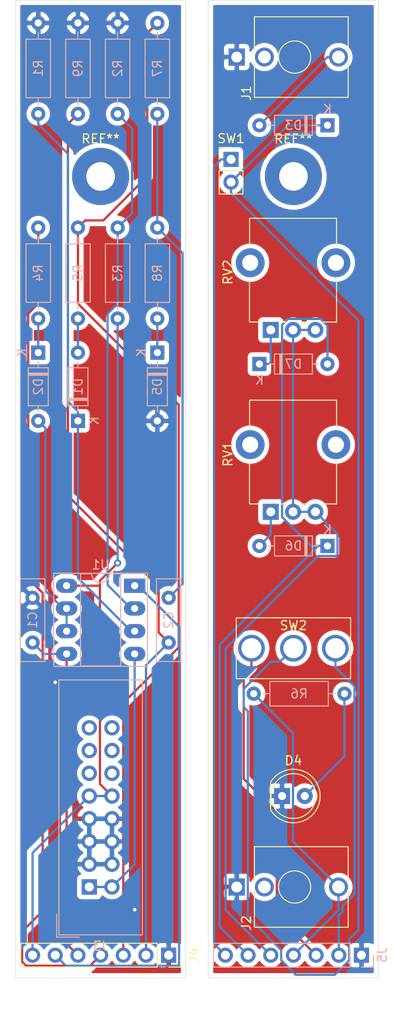
<source format=kicad_pcb>
(kicad_pcb (version 20171130) (host pcbnew "(5.1.2)-2")
  (layers (0 F.Cu signal) (31 B.Cu signal) (34 B.Paste user) (35 F.Paste user) (36 B.SilkS user) (37 F.SilkS user) (38 B.Mask user) (39 F.Mask user) (44 Edge.Cuts user))
  (net 0 "")
  (net 1 GND)
  (net 2 "Net-(C2-Pad2)")
  (net 3 "Net-(D1-Pad2)")
  (net 4 "Net-(D1-Pad1)")
  (net 5 "Net-(D2-Pad2)")
  (net 6 "Net-(D2-Pad1)")
  (net 7 "Net-(D3-Pad2)")
  (net 8 "Net-(D3-Pad1)")
  (net 9 "Net-(D4-Pad2)")
  (net 10 "Net-(D5-Pad1)")
  (net 11 "Net-(D6-Pad2)")
  (net 12 "Net-(D7-Pad1)")
  (net 13 "Net-(J3-Pad16)")
  (net 14 "Net-(J3-Pad15)")
  (net 15 "Net-(J3-Pad14)")
  (net 16 "Net-(J3-Pad13)")
  (net 17 "Net-(J3-Pad12)")
  (net 18 "Net-(J3-Pad11)")
  (net 19 +12V)
  (net 20 -12V)
  (net 21 "Net-(R2-Pad1)")
  (net 22 /AMP_B_IN_PCB_A)
  (net 23 /AMP_A_OUT_PCB_B)
  (net 24 /AMP_A_OUT_PCB_A)
  (net 25 /AMP_B_IN_PCB_B)
  (net 26 /AMP_B_OUT_PCB_B)
  (net 27 /AMP_B_OUT_PCB_A)
  (net 28 /GATE_IN_PCB_A)
  (net 29 /GATE_IN_PCB_B)
  (net 30 /GND_PCB_B)
  (net 31 /TRIG_IN_PCB_A)
  (net 32 /TRIG_IN_PCB_B)
  (net 33 /+12_PCB_B)
  (module MountingHole:MountingHole_3.2mm_M3_Pad (layer F.Cu) (at 47.625 45.085)
    (fp_text reference REF** (at 0 -4.2) (layer F.SilkS))
    (fp_text value MountingHole_3.2mm_M3_Pad)
    (pad 1 thru_hole circle (at 0 0) (size 6.4 6.4) (drill 3.2) (layers *.Cu *.Mask))
  )
  (module MountingHole:MountingHole_3.2mm_M3_Pad (layer F.Cu) (at 69.215 45.085)
    (fp_text reference REF** (at 0 -4.2) (layer F.SilkS))
    (fp_text value MountingHole_3.2mm_M3_Pad)
    (pad 1 thru_hole circle (at 0 0) (size 6.4 6.4) (drill 3.2) (layers *.Cu *.Mask))
  )
  (module mod_synth:SPDT_Switch_Vertical (layer F.Cu) (at 69.215 97.79 180)
    (fp_text reference SW2 (at 0 2.54) (layer F.SilkS))
    (fp_text value SW_SPDT)
    (fp_line (start -6.4 -3.4) (end 6.4 -3.4) (layer F.SilkS) (width 0.12))
    (fp_line (start 6.4 3.4) (end 6.4 -3.4) (layer F.SilkS) (width 0.12))
    (fp_line (start -6.4 3.4) (end 6.4 3.4) (layer F.SilkS) (width 0.12))
    (fp_line (start -6.4 -3.4) (end -6.4 3.4) (layer F.SilkS) (width 0.12))
    (pad 3 thru_hole circle (at 4.7 0 180) (size 3 3) (drill 2.25) (layers *.Cu *.Mask) (net 29 /GATE_IN_PCB_B))
    (pad 2 thru_hole circle (at 0 0 180) (size 3 3) (drill 2.25) (layers *.Cu *.Mask) (net 8 "Net-(D3-Pad1)"))
    (pad 1 thru_hole circle (at -4.7 0 180) (size 3 3) (drill 2.25) (layers *.Cu *.Mask) (net 32 /TRIG_IN_PCB_B))
  )
  (module Connector_IDC:IDC-Header_2x08_P2.54mm_Vertical (layer B.Cu) (at 46.355 124.46)
    (fp_text reference J3 (at 1.27 6.604) (layer B.SilkS) (effects (justify mirror)))
    (fp_text value Conn_02x08_Odd_Even)
    (fp_line (start -3.655 5.6) (end -1.115 5.6) (layer B.SilkS) (width 0.12))
    (fp_line (start -3.655 5.6) (end -3.655 3.06) (layer B.SilkS) (width 0.12))
    (fp_line (start -3.405 5.35) (end 5.945 5.35) (layer B.SilkS) (width 0.12))
    (fp_line (start -3.405 -23.13) (end -3.405 5.35) (layer B.SilkS) (width 0.12))
    (fp_line (start 5.945 -23.13) (end -3.405 -23.13) (layer B.SilkS) (width 0.12))
    (fp_line (start 5.945 5.35) (end 5.945 -23.13) (layer B.SilkS) (width 0.12))
    (pad 16 thru_hole oval (at 2.54 -17.78) (size 1.7272 1.7272) (drill 1.016) (layers *.Cu *.Mask) (net 13 "Net-(J3-Pad16)"))
    (pad 15 thru_hole oval (at 0 -17.78) (size 1.7272 1.7272) (drill 1.016) (layers *.Cu *.Mask) (net 14 "Net-(J3-Pad15)"))
    (pad 14 thru_hole oval (at 2.54 -15.24) (size 1.7272 1.7272) (drill 1.016) (layers *.Cu *.Mask) (net 15 "Net-(J3-Pad14)"))
    (pad 13 thru_hole oval (at 0 -15.24) (size 1.7272 1.7272) (drill 1.016) (layers *.Cu *.Mask) (net 16 "Net-(J3-Pad13)"))
    (pad 12 thru_hole oval (at 2.54 -12.7) (size 1.7272 1.7272) (drill 1.016) (layers *.Cu *.Mask) (net 17 "Net-(J3-Pad12)"))
    (pad 11 thru_hole oval (at 0 -12.7) (size 1.7272 1.7272) (drill 1.016) (layers *.Cu *.Mask) (net 18 "Net-(J3-Pad11)"))
    (pad 10 thru_hole oval (at 2.54 -10.16) (size 1.7272 1.7272) (drill 1.016) (layers *.Cu *.Mask) (net 19 +12V))
    (pad 9 thru_hole oval (at 0 -10.16) (size 1.7272 1.7272) (drill 1.016) (layers *.Cu *.Mask) (net 19 +12V))
    (pad 8 thru_hole oval (at 2.54 -7.62) (size 1.7272 1.7272) (drill 1.016) (layers *.Cu *.Mask) (net 1 GND))
    (pad 7 thru_hole oval (at 0 -7.62) (size 1.7272 1.7272) (drill 1.016) (layers *.Cu *.Mask) (net 1 GND))
    (pad 6 thru_hole oval (at 2.54 -5.08) (size 1.7272 1.7272) (drill 1.016) (layers *.Cu *.Mask) (net 1 GND))
    (pad 5 thru_hole oval (at 0 -5.08) (size 1.7272 1.7272) (drill 1.016) (layers *.Cu *.Mask) (net 1 GND))
    (pad 4 thru_hole oval (at 2.54 -2.54) (size 1.7272 1.7272) (drill 1.016) (layers *.Cu *.Mask) (net 1 GND))
    (pad 3 thru_hole oval (at 0 -2.54) (size 1.7272 1.7272) (drill 1.016) (layers *.Cu *.Mask) (net 1 GND))
    (pad 2 thru_hole oval (at 2.54 0) (size 1.7272 1.7272) (drill 1.016) (layers *.Cu *.Mask) (net 20 -12V))
    (pad 1 thru_hole rect (at 0 0) (size 1.7272 1.7272) (drill 1.016) (layers *.Cu *.Mask) (net 20 -12V))
  )
  (module Connector_PinHeader_2.54mm:PinHeader_1x02_P2.54mm_Vertical (layer F.Cu) (at 62.23 43.18)
    (fp_text reference SW1 (at 0 -2.33) (layer F.SilkS))
    (fp_text value SW_Push)
    (fp_line (start -1.33 -1.33) (end 0 -1.33) (layer F.SilkS) (width 0.12))
    (fp_line (start -1.33 0) (end -1.33 -1.33) (layer F.SilkS) (width 0.12))
    (fp_line (start -1.33 1.27) (end 1.33 1.27) (layer F.SilkS) (width 0.12))
    (fp_line (start 1.33 1.27) (end 1.33 3.87) (layer F.SilkS) (width 0.12))
    (fp_line (start -1.33 1.27) (end -1.33 3.87) (layer F.SilkS) (width 0.12))
    (fp_line (start -1.33 3.87) (end 1.33 3.87) (layer F.SilkS) (width 0.12))
    (pad 2 thru_hole oval (at 0 2.54) (size 1.7 1.7) (drill 1) (layers *.Cu *.Mask) (net 8 "Net-(D3-Pad1)"))
    (pad 1 thru_hole rect (at 0 0) (size 1.7 1.7) (drill 1) (layers *.Cu *.Mask) (net 33 /+12_PCB_B))
  )
  (module Connector_PinHeader_2.54mm:PinHeader_1x07_P2.54mm_Vertical (layer B.Cu) (at 76.835 132.08 90)
    (fp_text reference J5 (at 0 2.33 90) (layer B.SilkS) (effects (justify mirror)))
    (fp_text value Conn_01x07_Male)
    (fp_line (start -1.33 1.33) (end 0 1.33) (layer B.SilkS) (width 0.12))
    (fp_line (start -1.33 0) (end -1.33 1.33) (layer B.SilkS) (width 0.12))
    (fp_line (start -1.33 -1.27) (end 1.33 -1.27) (layer B.SilkS) (width 0.12))
    (fp_line (start 1.33 -1.27) (end 1.33 -16.57) (layer B.SilkS) (width 0.12))
    (fp_line (start -1.33 -1.27) (end -1.33 -16.57) (layer B.SilkS) (width 0.12))
    (fp_line (start -1.33 -16.57) (end 1.33 -16.57) (layer B.SilkS) (width 0.12))
    (pad 7 thru_hole oval (at 0 -15.24 90) (size 1.7 1.7) (drill 1) (layers *.Cu *.Mask) (net 33 /+12_PCB_B))
    (pad 6 thru_hole oval (at 0 -12.7 90) (size 1.7 1.7) (drill 1) (layers *.Cu *.Mask) (net 23 /AMP_A_OUT_PCB_B))
    (pad 5 thru_hole oval (at 0 -10.16 90) (size 1.7 1.7) (drill 1) (layers *.Cu *.Mask) (net 25 /AMP_B_IN_PCB_B))
    (pad 4 thru_hole oval (at 0 -7.62 90) (size 1.7 1.7) (drill 1) (layers *.Cu *.Mask) (net 26 /AMP_B_OUT_PCB_B))
    (pad 3 thru_hole oval (at 0 -5.08 90) (size 1.7 1.7) (drill 1) (layers *.Cu *.Mask) (net 29 /GATE_IN_PCB_B))
    (pad 2 thru_hole oval (at 0 -2.54 90) (size 1.7 1.7) (drill 1) (layers *.Cu *.Mask) (net 32 /TRIG_IN_PCB_B))
    (pad 1 thru_hole rect (at 0 0 90) (size 1.7 1.7) (drill 1) (layers *.Cu *.Mask) (net 30 /GND_PCB_B))
  )
  (module Connector_PinSocket_2.54mm:PinSocket_1x07_P2.54mm_Vertical (layer F.Cu) (at 55.245 132.08 270)
    (fp_text reference J4 (at 0 -2.77 90) (layer F.SilkS))
    (fp_text value Conn_01x07_Female)
    (fp_line (start 0 -1.33) (end 1.33 -1.33) (layer F.SilkS) (width 0.12))
    (fp_line (start 1.33 -1.33) (end 1.33 0) (layer F.SilkS) (width 0.12))
    (fp_line (start 1.33 1.27) (end 1.33 16.57) (layer F.SilkS) (width 0.12))
    (fp_line (start -1.33 16.57) (end 1.33 16.57) (layer F.SilkS) (width 0.12))
    (fp_line (start -1.33 1.27) (end -1.33 16.57) (layer F.SilkS) (width 0.12))
    (fp_line (start -1.33 1.27) (end 1.33 1.27) (layer F.SilkS) (width 0.12))
    (pad 7 thru_hole oval (at 0 15.24 270) (size 1.7 1.7) (drill 1) (layers *.Cu *.Mask) (net 19 +12V))
    (pad 6 thru_hole oval (at 0 12.7 270) (size 1.7 1.7) (drill 1) (layers *.Cu *.Mask) (net 24 /AMP_A_OUT_PCB_A))
    (pad 5 thru_hole oval (at 0 10.16 270) (size 1.7 1.7) (drill 1) (layers *.Cu *.Mask) (net 22 /AMP_B_IN_PCB_A))
    (pad 4 thru_hole oval (at 0 7.62 270) (size 1.7 1.7) (drill 1) (layers *.Cu *.Mask) (net 27 /AMP_B_OUT_PCB_A))
    (pad 3 thru_hole oval (at 0 5.08 270) (size 1.7 1.7) (drill 1) (layers *.Cu *.Mask) (net 28 /GATE_IN_PCB_A))
    (pad 2 thru_hole oval (at 0 2.54 270) (size 1.7 1.7) (drill 1) (layers *.Cu *.Mask) (net 31 /TRIG_IN_PCB_A))
    (pad 1 thru_hole rect (at 0 0 270) (size 1.7 1.7) (drill 1) (layers *.Cu *.Mask) (net 1 GND))
  )
  (module Package_DIP:DIP-8_W7.62mm_Socket_LongPads (layer B.Cu) (at 51.435 90.805 180)
    (fp_text reference U1 (at 3.81 2.33) (layer B.SilkS) (effects (justify mirror)))
    (fp_text value TL072)
    (fp_line (start 9.06 1.39) (end -1.44 1.39) (layer B.SilkS) (width 0.12))
    (fp_line (start 9.06 -9.01) (end 9.06 1.39) (layer B.SilkS) (width 0.12))
    (fp_line (start -1.44 -9.01) (end 9.06 -9.01) (layer B.SilkS) (width 0.12))
    (fp_line (start -1.44 1.39) (end -1.44 -9.01) (layer B.SilkS) (width 0.12))
    (fp_line (start 6.06 1.33) (end 4.81 1.33) (layer B.SilkS) (width 0.12))
    (fp_line (start 6.06 -8.95) (end 6.06 1.33) (layer B.SilkS) (width 0.12))
    (fp_line (start 1.56 -8.95) (end 6.06 -8.95) (layer B.SilkS) (width 0.12))
    (fp_line (start 1.56 1.33) (end 1.56 -8.95) (layer B.SilkS) (width 0.12))
    (fp_line (start 2.81 1.33) (end 1.56 1.33) (layer B.SilkS) (width 0.12))
    (fp_arc (start 3.81 1.33) (end 2.81 1.33) (angle 180) (layer B.SilkS) (width 0.12))
    (pad 8 thru_hole oval (at 7.62 0 180) (size 2.4 1.6) (drill 0.8) (layers *.Cu *.Mask) (net 19 +12V))
    (pad 4 thru_hole oval (at 0 -7.62 180) (size 2.4 1.6) (drill 0.8) (layers *.Cu *.Mask) (net 20 -12V))
    (pad 7 thru_hole oval (at 7.62 -2.54 180) (size 2.4 1.6) (drill 0.8) (layers *.Cu *.Mask) (net 5 "Net-(D2-Pad2)"))
    (pad 3 thru_hole oval (at 0 -5.08 180) (size 2.4 1.6) (drill 0.8) (layers *.Cu *.Mask) (net 4 "Net-(D1-Pad1)"))
    (pad 6 thru_hole oval (at 7.62 -5.08 180) (size 2.4 1.6) (drill 0.8) (layers *.Cu *.Mask) (net 5 "Net-(D2-Pad2)"))
    (pad 2 thru_hole oval (at 0 -2.54 180) (size 2.4 1.6) (drill 0.8) (layers *.Cu *.Mask) (net 21 "Net-(R2-Pad1)"))
    (pad 5 thru_hole oval (at 7.62 -7.62 180) (size 2.4 1.6) (drill 0.8) (layers *.Cu *.Mask) (net 22 /AMP_B_IN_PCB_A))
    (pad 1 thru_hole rect (at 0 0 180) (size 2.4 1.6) (drill 0.8) (layers *.Cu *.Mask) (net 24 /AMP_A_OUT_PCB_A))
  )
  (module Potentiometer_THT:Potentiometer_Alpha_RD901F-40-00D_Single_Vertical_CircularHoles (layer F.Cu) (at 66.675 62.23 90)
    (fp_text reference RV2 (at 6.45 -4.8 270) (layer F.SilkS))
    (fp_text value 1M)
    (fp_line (start 0.88 4.16) (end 0.88 3.33) (layer F.SilkS) (width 0.12))
    (fp_line (start 0.88 1.71) (end 0.88 1.18) (layer F.SilkS) (width 0.12))
    (fp_line (start 0.88 -1.19) (end 0.88 -2.37) (layer F.SilkS) (width 0.12))
    (fp_line (start 0.88 7.37) (end 5.6 7.37) (layer F.SilkS) (width 0.12))
    (fp_line (start 9.41 -2.37) (end 12.47 -2.37) (layer F.SilkS) (width 0.12))
    (fp_line (start 0.88 -2.38) (end 5.6 -2.38) (layer F.SilkS) (width 0.12))
    (fp_line (start 9.41 7.37) (end 12.47 7.37) (layer F.SilkS) (width 0.12))
    (fp_line (start 0.88 7.37) (end 0.88 5.88) (layer F.SilkS) (width 0.12))
    (fp_line (start 12.47 7.37) (end 12.47 -2.37) (layer F.SilkS) (width 0.12))
    (pad "" thru_hole circle (at 7.5 -2.3 180) (size 3.24 3.24) (drill 1.8) (layers *.Cu *.Mask))
    (pad "" thru_hole circle (at 7.5 7.3 180) (size 3.24 3.24) (drill 1.8) (layers *.Cu *.Mask))
    (pad 3 thru_hole circle (at 0 5 180) (size 1.8 1.8) (drill 1) (layers *.Cu *.Mask) (net 25 /AMP_B_IN_PCB_B))
    (pad 2 thru_hole circle (at 0 2.5 180) (size 1.8 1.8) (drill 1) (layers *.Cu *.Mask) (net 25 /AMP_B_IN_PCB_B))
    (pad 1 thru_hole rect (at 0 0 180) (size 1.8 1.8) (drill 1) (layers *.Cu *.Mask) (net 12 "Net-(D7-Pad1)"))
  )
  (module Potentiometer_THT:Potentiometer_Alpha_RD901F-40-00D_Single_Vertical_CircularHoles (layer F.Cu) (at 66.675 82.55 90)
    (fp_text reference RV1 (at 6.45 -4.8 270) (layer F.SilkS))
    (fp_text value 1M)
    (fp_line (start 0.88 4.16) (end 0.88 3.33) (layer F.SilkS) (width 0.12))
    (fp_line (start 0.88 1.71) (end 0.88 1.18) (layer F.SilkS) (width 0.12))
    (fp_line (start 0.88 -1.19) (end 0.88 -2.37) (layer F.SilkS) (width 0.12))
    (fp_line (start 0.88 7.37) (end 5.6 7.37) (layer F.SilkS) (width 0.12))
    (fp_line (start 9.41 -2.37) (end 12.47 -2.37) (layer F.SilkS) (width 0.12))
    (fp_line (start 0.88 -2.38) (end 5.6 -2.38) (layer F.SilkS) (width 0.12))
    (fp_line (start 9.41 7.37) (end 12.47 7.37) (layer F.SilkS) (width 0.12))
    (fp_line (start 0.88 7.37) (end 0.88 5.88) (layer F.SilkS) (width 0.12))
    (fp_line (start 12.47 7.37) (end 12.47 -2.37) (layer F.SilkS) (width 0.12))
    (pad "" thru_hole circle (at 7.5 -2.3 180) (size 3.24 3.24) (drill 1.8) (layers *.Cu *.Mask))
    (pad "" thru_hole circle (at 7.5 7.3 180) (size 3.24 3.24) (drill 1.8) (layers *.Cu *.Mask))
    (pad 3 thru_hole circle (at 0 5 180) (size 1.8 1.8) (drill 1) (layers *.Cu *.Mask) (net 25 /AMP_B_IN_PCB_B))
    (pad 2 thru_hole circle (at 0 2.5 180) (size 1.8 1.8) (drill 1) (layers *.Cu *.Mask) (net 25 /AMP_B_IN_PCB_B))
    (pad 1 thru_hole rect (at 0 0 180) (size 1.8 1.8) (drill 1) (layers *.Cu *.Mask) (net 11 "Net-(D6-Pad2)"))
  )
  (module Resistor_THT:R_Axial_DIN0207_L6.3mm_D2.5mm_P10.16mm_Horizontal (layer B.Cu) (at 45.085 38.1 90)
    (fp_text reference R9 (at 5.08 0 90) (layer B.SilkS) (effects (justify mirror)))
    (fp_text value 100k)
    (fp_line (start 9.12 0) (end 8.35 0) (layer B.SilkS) (width 0.12))
    (fp_line (start 1.04 0) (end 1.81 0) (layer B.SilkS) (width 0.12))
    (fp_line (start 8.35 1.37) (end 1.81 1.37) (layer B.SilkS) (width 0.12))
    (fp_line (start 8.35 -1.37) (end 8.35 1.37) (layer B.SilkS) (width 0.12))
    (fp_line (start 1.81 -1.37) (end 8.35 -1.37) (layer B.SilkS) (width 0.12))
    (fp_line (start 1.81 1.37) (end 1.81 -1.37) (layer B.SilkS) (width 0.12))
    (pad 2 thru_hole oval (at 10.16 0 90) (size 1.6 1.6) (drill 0.8) (layers *.Cu *.Mask) (net 1 GND))
    (pad 1 thru_hole circle (at 0 0 90) (size 1.6 1.6) (drill 0.8) (layers *.Cu *.Mask) (net 31 /TRIG_IN_PCB_A))
  )
  (module Resistor_THT:R_Axial_DIN0207_L6.3mm_D2.5mm_P10.16mm_Horizontal (layer B.Cu) (at 53.975 60.96 90)
    (fp_text reference R8 (at 5.08 0 90) (layer B.SilkS) (effects (justify mirror)))
    (fp_text value 47k)
    (fp_line (start 9.12 0) (end 8.35 0) (layer B.SilkS) (width 0.12))
    (fp_line (start 1.04 0) (end 1.81 0) (layer B.SilkS) (width 0.12))
    (fp_line (start 8.35 1.37) (end 1.81 1.37) (layer B.SilkS) (width 0.12))
    (fp_line (start 8.35 -1.37) (end 8.35 1.37) (layer B.SilkS) (width 0.12))
    (fp_line (start 1.81 -1.37) (end 8.35 -1.37) (layer B.SilkS) (width 0.12))
    (fp_line (start 1.81 1.37) (end 1.81 -1.37) (layer B.SilkS) (width 0.12))
    (pad 2 thru_hole oval (at 10.16 0 90) (size 1.6 1.6) (drill 0.8) (layers *.Cu *.Mask) (net 2 "Net-(C2-Pad2)"))
    (pad 1 thru_hole circle (at 0 0 90) (size 1.6 1.6) (drill 0.8) (layers *.Cu *.Mask) (net 10 "Net-(D5-Pad1)"))
  )
  (module Resistor_THT:R_Axial_DIN0207_L6.3mm_D2.5mm_P10.16mm_Horizontal (layer B.Cu) (at 53.975 38.1 90)
    (fp_text reference R7 (at 5.08 0 90) (layer B.SilkS) (effects (justify mirror)))
    (fp_text value 100k)
    (fp_line (start 9.12 0) (end 8.35 0) (layer B.SilkS) (width 0.12))
    (fp_line (start 1.04 0) (end 1.81 0) (layer B.SilkS) (width 0.12))
    (fp_line (start 8.35 1.37) (end 1.81 1.37) (layer B.SilkS) (width 0.12))
    (fp_line (start 8.35 -1.37) (end 8.35 1.37) (layer B.SilkS) (width 0.12))
    (fp_line (start 1.81 -1.37) (end 8.35 -1.37) (layer B.SilkS) (width 0.12))
    (fp_line (start 1.81 1.37) (end 1.81 -1.37) (layer B.SilkS) (width 0.12))
    (pad 2 thru_hole oval (at 10.16 0 90) (size 1.6 1.6) (drill 0.8) (layers *.Cu *.Mask) (net 28 /GATE_IN_PCB_A))
    (pad 1 thru_hole circle (at 0 0 90) (size 1.6 1.6) (drill 0.8) (layers *.Cu *.Mask) (net 2 "Net-(C2-Pad2)"))
  )
  (module Resistor_THT:R_Axial_DIN0207_L6.3mm_D2.5mm_P10.16mm_Horizontal (layer B.Cu) (at 74.93 102.87 180)
    (fp_text reference R6 (at 5.08 0) (layer B.SilkS) (effects (justify mirror)))
    (fp_text value 1k)
    (fp_line (start 9.12 0) (end 8.35 0) (layer B.SilkS) (width 0.12))
    (fp_line (start 1.04 0) (end 1.81 0) (layer B.SilkS) (width 0.12))
    (fp_line (start 8.35 1.37) (end 1.81 1.37) (layer B.SilkS) (width 0.12))
    (fp_line (start 8.35 -1.37) (end 8.35 1.37) (layer B.SilkS) (width 0.12))
    (fp_line (start 1.81 -1.37) (end 8.35 -1.37) (layer B.SilkS) (width 0.12))
    (fp_line (start 1.81 1.37) (end 1.81 -1.37) (layer B.SilkS) (width 0.12))
    (pad 2 thru_hole oval (at 10.16 0 180) (size 1.6 1.6) (drill 0.8) (layers *.Cu *.Mask) (net 26 /AMP_B_OUT_PCB_B))
    (pad 1 thru_hole circle (at 0 0 180) (size 1.6 1.6) (drill 0.8) (layers *.Cu *.Mask) (net 9 "Net-(D4-Pad2)"))
  )
  (module Resistor_THT:R_Axial_DIN0207_L6.3mm_D2.5mm_P10.16mm_Horizontal (layer B.Cu) (at 45.085 50.8 270)
    (fp_text reference R5 (at 5.08 0 90) (layer B.SilkS) (effects (justify mirror)))
    (fp_text value "100k or 10k")
    (fp_line (start 9.12 0) (end 8.35 0) (layer B.SilkS) (width 0.12))
    (fp_line (start 1.04 0) (end 1.81 0) (layer B.SilkS) (width 0.12))
    (fp_line (start 8.35 1.37) (end 1.81 1.37) (layer B.SilkS) (width 0.12))
    (fp_line (start 8.35 -1.37) (end 8.35 1.37) (layer B.SilkS) (width 0.12))
    (fp_line (start 1.81 -1.37) (end 8.35 -1.37) (layer B.SilkS) (width 0.12))
    (fp_line (start 1.81 1.37) (end 1.81 -1.37) (layer B.SilkS) (width 0.12))
    (pad 2 thru_hole oval (at 10.16 0 270) (size 1.6 1.6) (drill 0.8) (layers *.Cu *.Mask) (net 3 "Net-(D1-Pad2)"))
    (pad 1 thru_hole circle (at 0 0 270) (size 1.6 1.6) (drill 0.8) (layers *.Cu *.Mask) (net 28 /GATE_IN_PCB_A))
  )
  (module Resistor_THT:R_Axial_DIN0207_L6.3mm_D2.5mm_P10.16mm_Horizontal (layer B.Cu) (at 40.64 60.96 90)
    (fp_text reference R4 (at 5.08 0 90) (layer B.SilkS) (effects (justify mirror)))
    (fp_text value 1k)
    (fp_line (start 9.12 0) (end 8.35 0) (layer B.SilkS) (width 0.12))
    (fp_line (start 1.04 0) (end 1.81 0) (layer B.SilkS) (width 0.12))
    (fp_line (start 8.35 1.37) (end 1.81 1.37) (layer B.SilkS) (width 0.12))
    (fp_line (start 8.35 -1.37) (end 8.35 1.37) (layer B.SilkS) (width 0.12))
    (fp_line (start 1.81 -1.37) (end 8.35 -1.37) (layer B.SilkS) (width 0.12))
    (fp_line (start 1.81 1.37) (end 1.81 -1.37) (layer B.SilkS) (width 0.12))
    (pad 2 thru_hole oval (at 10.16 0 90) (size 1.6 1.6) (drill 0.8) (layers *.Cu *.Mask) (net 27 /AMP_B_OUT_PCB_A))
    (pad 1 thru_hole circle (at 0 0 90) (size 1.6 1.6) (drill 0.8) (layers *.Cu *.Mask) (net 6 "Net-(D2-Pad1)"))
  )
  (module Resistor_THT:R_Axial_DIN0207_L6.3mm_D2.5mm_P10.16mm_Horizontal (layer B.Cu) (at 49.53 50.8 270)
    (fp_text reference R3 (at 5.08 0 90) (layer B.SilkS) (effects (justify mirror)))
    (fp_text value 47k)
    (fp_line (start 9.12 0) (end 8.35 0) (layer B.SilkS) (width 0.12))
    (fp_line (start 1.04 0) (end 1.81 0) (layer B.SilkS) (width 0.12))
    (fp_line (start 8.35 1.37) (end 1.81 1.37) (layer B.SilkS) (width 0.12))
    (fp_line (start 8.35 -1.37) (end 8.35 1.37) (layer B.SilkS) (width 0.12))
    (fp_line (start 1.81 -1.37) (end 8.35 -1.37) (layer B.SilkS) (width 0.12))
    (fp_line (start 1.81 1.37) (end 1.81 -1.37) (layer B.SilkS) (width 0.12))
    (pad 2 thru_hole oval (at 10.16 0 270) (size 1.6 1.6) (drill 0.8) (layers *.Cu *.Mask) (net 19 +12V))
    (pad 1 thru_hole circle (at 0 0 270) (size 1.6 1.6) (drill 0.8) (layers *.Cu *.Mask) (net 21 "Net-(R2-Pad1)"))
  )
  (module Resistor_THT:R_Axial_DIN0207_L6.3mm_D2.5mm_P10.16mm_Horizontal (layer B.Cu) (at 49.53 38.1 90)
    (fp_text reference R2 (at 5.08 0 90) (layer B.SilkS) (effects (justify mirror)))
    (fp_text value 10k)
    (fp_line (start 9.12 0) (end 8.35 0) (layer B.SilkS) (width 0.12))
    (fp_line (start 1.04 0) (end 1.81 0) (layer B.SilkS) (width 0.12))
    (fp_line (start 8.35 1.37) (end 1.81 1.37) (layer B.SilkS) (width 0.12))
    (fp_line (start 8.35 -1.37) (end 8.35 1.37) (layer B.SilkS) (width 0.12))
    (fp_line (start 1.81 -1.37) (end 8.35 -1.37) (layer B.SilkS) (width 0.12))
    (fp_line (start 1.81 1.37) (end 1.81 -1.37) (layer B.SilkS) (width 0.12))
    (pad 2 thru_hole oval (at 10.16 0 90) (size 1.6 1.6) (drill 0.8) (layers *.Cu *.Mask) (net 1 GND))
    (pad 1 thru_hole circle (at 0 0 90) (size 1.6 1.6) (drill 0.8) (layers *.Cu *.Mask) (net 21 "Net-(R2-Pad1)"))
  )
  (module Resistor_THT:R_Axial_DIN0207_L6.3mm_D2.5mm_P10.16mm_Horizontal (layer B.Cu) (at 40.64 38.1 90)
    (fp_text reference R1 (at 5.08 0 90) (layer B.SilkS) (effects (justify mirror)))
    (fp_text value 100k)
    (fp_line (start 9.12 0) (end 8.35 0) (layer B.SilkS) (width 0.12))
    (fp_line (start 1.04 0) (end 1.81 0) (layer B.SilkS) (width 0.12))
    (fp_line (start 8.35 1.37) (end 1.81 1.37) (layer B.SilkS) (width 0.12))
    (fp_line (start 8.35 -1.37) (end 8.35 1.37) (layer B.SilkS) (width 0.12))
    (fp_line (start 1.81 -1.37) (end 8.35 -1.37) (layer B.SilkS) (width 0.12))
    (fp_line (start 1.81 1.37) (end 1.81 -1.37) (layer B.SilkS) (width 0.12))
    (pad 2 thru_hole oval (at 10.16 0 90) (size 1.6 1.6) (drill 0.8) (layers *.Cu *.Mask) (net 1 GND))
    (pad 1 thru_hole circle (at 0 0 90) (size 1.6 1.6) (drill 0.8) (layers *.Cu *.Mask) (net 4 "Net-(D1-Pad1)"))
  )
  (module Connector_Audio:Jack_3.5mm_QingPu_WQP-PJ398SM_Vertical_CircularHoles (layer F.Cu) (at 62.865 124.46 90)
    (fp_text reference J2 (at -4.03 1.08 270) (layer F.SilkS))
    (fp_text value AudioJack2)
    (fp_line (start -1.06 -1) (end -0.2 -1) (layer F.SilkS) (width 0.12))
    (fp_line (start -1.06 -1) (end -1.06 -0.2) (layer F.SilkS) (width 0.12))
    (fp_circle (center 0 6.48) (end 1.8 6.48) (layer F.SilkS) (width 0.12))
    (fp_line (start -0.35 1.98) (end -4.5 1.98) (layer F.SilkS) (width 0.12))
    (fp_line (start 4.5 1.98) (end 0.35 1.98) (layer F.SilkS) (width 0.12))
    (fp_line (start -0.5 12.48) (end -4.5 12.48) (layer F.SilkS) (width 0.12))
    (fp_line (start 4.5 12.48) (end 0.5 12.48) (layer F.SilkS) (width 0.12))
    (fp_line (start 4.5 1.98) (end 4.5 12.48) (layer F.SilkS) (width 0.12))
    (fp_line (start -4.5 1.98) (end -4.5 12.48) (layer F.SilkS) (width 0.12))
    (pad T thru_hole circle (at 0 11.4 270) (size 2.13 2.13) (drill 1.43) (layers *.Cu *.Mask) (net 26 /AMP_B_OUT_PCB_B))
    (pad S thru_hole rect (at 0 0 270) (size 1.93 1.83) (drill 1.22) (layers *.Cu *.Mask) (net 30 /GND_PCB_B))
    (pad TN thru_hole circle (at 0 3.1 270) (size 2.13 2.13) (drill 1.42) (layers *.Cu *.Mask))
  )
  (module Connector_Audio:Jack_3.5mm_QingPu_WQP-PJ398SM_Vertical_CircularHoles (layer F.Cu) (at 62.865 31.75 90)
    (fp_text reference J1 (at -4.03 1.08 270) (layer F.SilkS))
    (fp_text value AudioJack2)
    (fp_line (start -1.06 -1) (end -0.2 -1) (layer F.SilkS) (width 0.12))
    (fp_line (start -1.06 -1) (end -1.06 -0.2) (layer F.SilkS) (width 0.12))
    (fp_circle (center 0 6.48) (end 1.8 6.48) (layer F.SilkS) (width 0.12))
    (fp_line (start -0.35 1.98) (end -4.5 1.98) (layer F.SilkS) (width 0.12))
    (fp_line (start 4.5 1.98) (end 0.35 1.98) (layer F.SilkS) (width 0.12))
    (fp_line (start -0.5 12.48) (end -4.5 12.48) (layer F.SilkS) (width 0.12))
    (fp_line (start 4.5 12.48) (end 0.5 12.48) (layer F.SilkS) (width 0.12))
    (fp_line (start 4.5 1.98) (end 4.5 12.48) (layer F.SilkS) (width 0.12))
    (fp_line (start -4.5 1.98) (end -4.5 12.48) (layer F.SilkS) (width 0.12))
    (pad T thru_hole circle (at 0 11.4 270) (size 2.13 2.13) (drill 1.43) (layers *.Cu *.Mask) (net 7 "Net-(D3-Pad2)"))
    (pad S thru_hole rect (at 0 0 270) (size 1.93 1.83) (drill 1.22) (layers *.Cu *.Mask) (net 30 /GND_PCB_B))
    (pad TN thru_hole circle (at 0 3.1 270) (size 2.13 2.13) (drill 1.42) (layers *.Cu *.Mask))
  )
  (module Diode_THT:D_DO-35_SOD27_P7.62mm_Horizontal (layer B.Cu) (at 65.405 66.04)
    (fp_text reference D7 (at 3.81 0) (layer B.SilkS) (effects (justify mirror)))
    (fp_text value 1N4148)
    (fp_text user K (at 0 1.8) (layer B.SilkS) (effects (justify mirror)))
    (fp_line (start 2.29 1.12) (end 2.29 -1.12) (layer B.SilkS) (width 0.12))
    (fp_line (start 2.53 1.12) (end 2.53 -1.12) (layer B.SilkS) (width 0.12))
    (fp_line (start 2.41 1.12) (end 2.41 -1.12) (layer B.SilkS) (width 0.12))
    (fp_line (start 6.58 0) (end 5.93 0) (layer B.SilkS) (width 0.12))
    (fp_line (start 1.04 0) (end 1.69 0) (layer B.SilkS) (width 0.12))
    (fp_line (start 5.93 1.12) (end 1.69 1.12) (layer B.SilkS) (width 0.12))
    (fp_line (start 5.93 -1.12) (end 5.93 1.12) (layer B.SilkS) (width 0.12))
    (fp_line (start 1.69 -1.12) (end 5.93 -1.12) (layer B.SilkS) (width 0.12))
    (fp_line (start 1.69 1.12) (end 1.69 -1.12) (layer B.SilkS) (width 0.12))
    (pad 2 thru_hole oval (at 7.62 0) (size 1.6 1.6) (drill 0.8) (layers *.Cu *.Mask) (net 23 /AMP_A_OUT_PCB_B))
    (pad 1 thru_hole rect (at 0 0) (size 1.6 1.6) (drill 0.8) (layers *.Cu *.Mask) (net 12 "Net-(D7-Pad1)"))
  )
  (module Diode_THT:D_DO-35_SOD27_P7.62mm_Horizontal (layer B.Cu) (at 73.025 86.36 180)
    (fp_text reference D6 (at 3.81 0) (layer B.SilkS) (effects (justify mirror)))
    (fp_text value 1N4148)
    (fp_text user K (at 0 1.8) (layer B.SilkS) (effects (justify mirror)))
    (fp_line (start 2.29 1.12) (end 2.29 -1.12) (layer B.SilkS) (width 0.12))
    (fp_line (start 2.53 1.12) (end 2.53 -1.12) (layer B.SilkS) (width 0.12))
    (fp_line (start 2.41 1.12) (end 2.41 -1.12) (layer B.SilkS) (width 0.12))
    (fp_line (start 6.58 0) (end 5.93 0) (layer B.SilkS) (width 0.12))
    (fp_line (start 1.04 0) (end 1.69 0) (layer B.SilkS) (width 0.12))
    (fp_line (start 5.93 1.12) (end 1.69 1.12) (layer B.SilkS) (width 0.12))
    (fp_line (start 5.93 -1.12) (end 5.93 1.12) (layer B.SilkS) (width 0.12))
    (fp_line (start 1.69 -1.12) (end 5.93 -1.12) (layer B.SilkS) (width 0.12))
    (fp_line (start 1.69 1.12) (end 1.69 -1.12) (layer B.SilkS) (width 0.12))
    (pad 2 thru_hole oval (at 7.62 0 180) (size 1.6 1.6) (drill 0.8) (layers *.Cu *.Mask) (net 11 "Net-(D6-Pad2)"))
    (pad 1 thru_hole rect (at 0 0 180) (size 1.6 1.6) (drill 0.8) (layers *.Cu *.Mask) (net 23 /AMP_A_OUT_PCB_B))
  )
  (module Diode_THT:D_DO-35_SOD27_P7.62mm_Horizontal (layer B.Cu) (at 53.975 64.77 270)
    (fp_text reference D5 (at 3.81 0 90) (layer B.SilkS) (effects (justify mirror)))
    (fp_text value 1N4148)
    (fp_text user K (at 0 1.8 90) (layer B.SilkS) (effects (justify mirror)))
    (fp_line (start 2.29 1.12) (end 2.29 -1.12) (layer B.SilkS) (width 0.12))
    (fp_line (start 2.53 1.12) (end 2.53 -1.12) (layer B.SilkS) (width 0.12))
    (fp_line (start 2.41 1.12) (end 2.41 -1.12) (layer B.SilkS) (width 0.12))
    (fp_line (start 6.58 0) (end 5.93 0) (layer B.SilkS) (width 0.12))
    (fp_line (start 1.04 0) (end 1.69 0) (layer B.SilkS) (width 0.12))
    (fp_line (start 5.93 1.12) (end 1.69 1.12) (layer B.SilkS) (width 0.12))
    (fp_line (start 5.93 -1.12) (end 5.93 1.12) (layer B.SilkS) (width 0.12))
    (fp_line (start 1.69 -1.12) (end 5.93 -1.12) (layer B.SilkS) (width 0.12))
    (fp_line (start 1.69 1.12) (end 1.69 -1.12) (layer B.SilkS) (width 0.12))
    (pad 2 thru_hole oval (at 7.62 0 270) (size 1.6 1.6) (drill 0.8) (layers *.Cu *.Mask) (net 1 GND))
    (pad 1 thru_hole rect (at 0 0 270) (size 1.6 1.6) (drill 0.8) (layers *.Cu *.Mask) (net 10 "Net-(D5-Pad1)"))
  )
  (module LED_THT:LED_D5.0mm (layer F.Cu) (at 67.945 114.3)
    (fp_text reference D4 (at 1.27 -3.96) (layer F.SilkS))
    (fp_text value LED)
    (fp_line (start -1.29 -1.545) (end -1.29 1.545) (layer F.SilkS) (width 0.12))
    (fp_circle (center 1.27 0) (end 3.77 0) (layer F.SilkS) (width 0.12))
    (fp_arc (start 1.27 0) (end -1.29 1.54483) (angle -148.9) (layer F.SilkS) (width 0.12))
    (fp_arc (start 1.27 0) (end -1.29 -1.54483) (angle 148.9) (layer F.SilkS) (width 0.12))
    (pad 2 thru_hole circle (at 2.54 0) (size 1.8 1.8) (drill 0.9) (layers *.Cu *.Mask) (net 9 "Net-(D4-Pad2)"))
    (pad 1 thru_hole rect (at 0 0) (size 1.8 1.8) (drill 0.9) (layers *.Cu *.Mask) (net 30 /GND_PCB_B))
  )
  (module Diode_THT:D_DO-35_SOD27_P7.62mm_Horizontal (layer B.Cu) (at 73.025 39.37 180)
    (fp_text reference D3 (at 3.81 0) (layer B.SilkS) (effects (justify mirror)))
    (fp_text value 1N4148)
    (fp_text user K (at 0 1.8) (layer B.SilkS) (effects (justify mirror)))
    (fp_line (start 2.29 1.12) (end 2.29 -1.12) (layer B.SilkS) (width 0.12))
    (fp_line (start 2.53 1.12) (end 2.53 -1.12) (layer B.SilkS) (width 0.12))
    (fp_line (start 2.41 1.12) (end 2.41 -1.12) (layer B.SilkS) (width 0.12))
    (fp_line (start 6.58 0) (end 5.93 0) (layer B.SilkS) (width 0.12))
    (fp_line (start 1.04 0) (end 1.69 0) (layer B.SilkS) (width 0.12))
    (fp_line (start 5.93 1.12) (end 1.69 1.12) (layer B.SilkS) (width 0.12))
    (fp_line (start 5.93 -1.12) (end 5.93 1.12) (layer B.SilkS) (width 0.12))
    (fp_line (start 1.69 -1.12) (end 5.93 -1.12) (layer B.SilkS) (width 0.12))
    (fp_line (start 1.69 1.12) (end 1.69 -1.12) (layer B.SilkS) (width 0.12))
    (pad 2 thru_hole oval (at 7.62 0 180) (size 1.6 1.6) (drill 0.8) (layers *.Cu *.Mask) (net 7 "Net-(D3-Pad2)"))
    (pad 1 thru_hole rect (at 0 0 180) (size 1.6 1.6) (drill 0.8) (layers *.Cu *.Mask) (net 8 "Net-(D3-Pad1)"))
  )
  (module Diode_THT:D_DO-35_SOD27_P7.62mm_Horizontal (layer B.Cu) (at 40.64 64.77 270)
    (fp_text reference D2 (at 3.81 0 90) (layer B.SilkS) (effects (justify mirror)))
    (fp_text value 1N4148)
    (fp_text user K (at 0 1.8 90) (layer B.SilkS) (effects (justify mirror)))
    (fp_line (start 2.29 1.12) (end 2.29 -1.12) (layer B.SilkS) (width 0.12))
    (fp_line (start 2.53 1.12) (end 2.53 -1.12) (layer B.SilkS) (width 0.12))
    (fp_line (start 2.41 1.12) (end 2.41 -1.12) (layer B.SilkS) (width 0.12))
    (fp_line (start 6.58 0) (end 5.93 0) (layer B.SilkS) (width 0.12))
    (fp_line (start 1.04 0) (end 1.69 0) (layer B.SilkS) (width 0.12))
    (fp_line (start 5.93 1.12) (end 1.69 1.12) (layer B.SilkS) (width 0.12))
    (fp_line (start 5.93 -1.12) (end 5.93 1.12) (layer B.SilkS) (width 0.12))
    (fp_line (start 1.69 -1.12) (end 5.93 -1.12) (layer B.SilkS) (width 0.12))
    (fp_line (start 1.69 1.12) (end 1.69 -1.12) (layer B.SilkS) (width 0.12))
    (pad 2 thru_hole oval (at 7.62 0 270) (size 1.6 1.6) (drill 0.8) (layers *.Cu *.Mask) (net 5 "Net-(D2-Pad2)"))
    (pad 1 thru_hole rect (at 0 0 270) (size 1.6 1.6) (drill 0.8) (layers *.Cu *.Mask) (net 6 "Net-(D2-Pad1)"))
  )
  (module Diode_THT:D_DO-35_SOD27_P7.62mm_Horizontal (layer B.Cu) (at 45.085 72.39 90)
    (fp_text reference D1 (at 3.81 0 90) (layer B.SilkS) (effects (justify mirror)))
    (fp_text value 1N4148)
    (fp_text user K (at 0 1.8 90) (layer B.SilkS) (effects (justify mirror)))
    (fp_line (start 2.29 1.12) (end 2.29 -1.12) (layer B.SilkS) (width 0.12))
    (fp_line (start 2.53 1.12) (end 2.53 -1.12) (layer B.SilkS) (width 0.12))
    (fp_line (start 2.41 1.12) (end 2.41 -1.12) (layer B.SilkS) (width 0.12))
    (fp_line (start 6.58 0) (end 5.93 0) (layer B.SilkS) (width 0.12))
    (fp_line (start 1.04 0) (end 1.69 0) (layer B.SilkS) (width 0.12))
    (fp_line (start 5.93 1.12) (end 1.69 1.12) (layer B.SilkS) (width 0.12))
    (fp_line (start 5.93 -1.12) (end 5.93 1.12) (layer B.SilkS) (width 0.12))
    (fp_line (start 1.69 -1.12) (end 5.93 -1.12) (layer B.SilkS) (width 0.12))
    (fp_line (start 1.69 1.12) (end 1.69 -1.12) (layer B.SilkS) (width 0.12))
    (pad 2 thru_hole oval (at 7.62 0 90) (size 1.6 1.6) (drill 0.8) (layers *.Cu *.Mask) (net 3 "Net-(D1-Pad2)"))
    (pad 1 thru_hole rect (at 0 0 90) (size 1.6 1.6) (drill 0.8) (layers *.Cu *.Mask) (net 4 "Net-(D1-Pad1)"))
  )
  (module Capacitor_THT:C_Disc_D9.0mm_W2.5mm_P5.00mm (layer B.Cu) (at 55.245 97.155 90)
    (fp_text reference C2 (at 2.5 0 90) (layer B.SilkS) (effects (justify mirror)))
    (fp_text value 10nF)
    (fp_line (start 7.12 1.37) (end 7.12 -1.37) (layer B.SilkS) (width 0.12))
    (fp_line (start -2.12 1.37) (end -2.12 -1.37) (layer B.SilkS) (width 0.12))
    (fp_line (start -2.12 -1.37) (end 7.12 -1.37) (layer B.SilkS) (width 0.12))
    (fp_line (start -2.12 1.37) (end 7.12 1.37) (layer B.SilkS) (width 0.12))
    (pad 2 thru_hole circle (at 5 0 90) (size 1.6 1.6) (drill 0.8) (layers *.Cu *.Mask) (net 2 "Net-(C2-Pad2)"))
    (pad 1 thru_hole circle (at 0 0 90) (size 1.6 1.6) (drill 0.8) (layers *.Cu *.Mask) (net 31 /TRIG_IN_PCB_A))
  )
  (module Capacitor_THT:C_Disc_D9.0mm_W2.5mm_P5.00mm (layer B.Cu) (at 40.005 97.155 90)
    (fp_text reference C1 (at 2.5 0 90) (layer B.SilkS) (effects (justify mirror)))
    (fp_text value 1uF)
    (fp_line (start 7.12 1.37) (end 7.12 -1.37) (layer B.SilkS) (width 0.12))
    (fp_line (start -2.12 1.37) (end -2.12 -1.37) (layer B.SilkS) (width 0.12))
    (fp_line (start -2.12 -1.37) (end 7.12 -1.37) (layer B.SilkS) (width 0.12))
    (fp_line (start -2.12 1.37) (end 7.12 1.37) (layer B.SilkS) (width 0.12))
    (pad 2 thru_hole circle (at 5 0 90) (size 1.6 1.6) (drill 0.8) (layers *.Cu *.Mask) (net 1 GND))
    (pad 1 thru_hole circle (at 0 0 90) (size 1.6 1.6) (drill 0.8) (layers *.Cu *.Mask) (net 22 /AMP_B_IN_PCB_A))
  )
  (gr_line (start 78.74 25.4) (end 59.69 25.4) (layer Edge.Cuts) (width 0.05))
  (gr_line (start 78.74 134.62) (end 78.74 25.4) (layer Edge.Cuts) (width 0.05))
  (gr_line (start 59.69 134.62) (end 78.74 134.62) (layer Edge.Cuts) (width 0.05))
  (gr_line (start 59.69 25.4) (end 59.69 134.62) (layer Edge.Cuts) (width 0.05))
  (gr_line (start 57.15 25.4) (end 38.1 25.4) (layer Edge.Cuts) (width 0.05))
  (gr_line (start 57.15 134.62) (end 57.15 25.4) (layer Edge.Cuts) (width 0.05))
  (gr_line (start 38.1 134.62) (end 57.15 134.62) (layer Edge.Cuts) (width 0.05))
  (gr_line (start 38.1 25.4) (end 38.1 134.62) (layer Edge.Cuts) (width 0.05))
  (via (at 51.435 127) (size 0.8) (drill 0.4) (layers F.Cu B.Cu) (net 1))
  (via (at 42.545 101.6) (size 0.8) (drill 0.4) (layers F.Cu B.Cu) (net 1))
  (segment (start 53.975 38.1) (end 53.975 50.8) (width 0.25) (layer B.Cu) (net 2))
  (segment (start 54.774999 51.599999) (end 53.975 50.8) (width 0.25) (layer B.Cu) (net 2))
  (segment (start 56.79999 53.62499) (end 54.774999 51.599999) (width 0.25) (layer B.Cu) (net 2))
  (segment (start 56.79999 90.60001) (end 56.79999 53.62499) (width 0.25) (layer B.Cu) (net 2))
  (segment (start 55.245 92.155) (end 56.79999 90.60001) (width 0.25) (layer B.Cu) (net 2))
  (segment (start 45.085 60.96) (end 45.085 64.77) (width 0.25) (layer B.Cu) (net 3))
  (segment (start 45.085 73.44) (end 45.085 72.39) (width 0.25) (layer B.Cu) (net 4))
  (segment (start 45.085 89.935) (end 45.085 73.44) (width 0.25) (layer B.Cu) (net 4))
  (segment (start 51.035 95.885) (end 45.085 89.935) (width 0.25) (layer B.Cu) (net 4))
  (segment (start 51.435 95.885) (end 51.035 95.885) (width 0.25) (layer B.Cu) (net 4))
  (segment (start 45.085 71.34) (end 45.085 72.39) (width 0.25) (layer B.Cu) (net 4))
  (segment (start 43.959999 70.214999) (end 45.085 71.34) (width 0.25) (layer B.Cu) (net 4))
  (segment (start 43.959999 42.551369) (end 43.959999 70.214999) (width 0.25) (layer B.Cu) (net 4))
  (segment (start 40.64 39.23137) (end 43.959999 42.551369) (width 0.25) (layer B.Cu) (net 4))
  (segment (start 40.64 38.1) (end 40.64 39.23137) (width 0.25) (layer B.Cu) (net 4))
  (segment (start 43.815 93.345) (end 43.815 95.885) (width 0.25) (layer B.Cu) (net 5))
  (segment (start 43.415 93.345) (end 43.815 93.345) (width 0.25) (layer B.Cu) (net 5))
  (segment (start 41.439999 91.369999) (end 43.415 93.345) (width 0.25) (layer B.Cu) (net 5))
  (segment (start 41.439999 73.189999) (end 41.439999 91.369999) (width 0.25) (layer B.Cu) (net 5))
  (segment (start 40.64 72.39) (end 41.439999 73.189999) (width 0.25) (layer B.Cu) (net 5))
  (segment (start 40.64 60.96) (end 40.64 64.77) (width 0.25) (layer B.Cu) (net 6))
  (segment (start 73.025 31.75) (end 74.265 31.75) (width 0.25) (layer B.Cu) (net 7))
  (segment (start 65.405 39.37) (end 73.025 31.75) (width 0.25) (layer B.Cu) (net 7))
  (segment (start 68.58 39.37) (end 62.23 45.72) (width 0.25) (layer B.Cu) (net 8))
  (segment (start 73.025 39.37) (end 68.58 39.37) (width 0.25) (layer B.Cu) (net 8))
  (segment (start 63.644999 102.329999) (end 66.684999 99.289999) (width 0.25) (layer B.Cu) (net 8))
  (segment (start 63.644999 104.344997) (end 63.644999 102.329999) (width 0.25) (layer B.Cu) (net 8))
  (segment (start 67.850001 131.515999) (end 64.105001 127.770999) (width 0.25) (layer B.Cu) (net 8))
  (segment (start 67.850001 132.644001) (end 67.850001 131.515999) (width 0.25) (layer B.Cu) (net 8))
  (segment (start 69.47599 134.26999) (end 67.850001 132.644001) (width 0.25) (layer B.Cu) (net 8))
  (segment (start 64.105001 127.770999) (end 64.105001 104.804999) (width 0.25) (layer B.Cu) (net 8))
  (segment (start 73.844012 134.26999) (end 69.47599 134.26999) (width 0.25) (layer B.Cu) (net 8))
  (segment (start 62.23 45.72) (end 62.23 46.922081) (width 0.25) (layer B.Cu) (net 8))
  (segment (start 64.105001 104.804999) (end 63.644999 104.344997) (width 0.25) (layer B.Cu) (net 8))
  (segment (start 62.23 46.922081) (end 76.505011 61.197092) (width 0.25) (layer B.Cu) (net 8))
  (segment (start 66.684999 99.289999) (end 67.715001 99.289999) (width 0.25) (layer B.Cu) (net 8))
  (segment (start 76.505011 61.197092) (end 76.505011 129.258989) (width 0.25) (layer B.Cu) (net 8))
  (segment (start 75.470001 130.293999) (end 75.470001 132.644001) (width 0.25) (layer B.Cu) (net 8))
  (segment (start 67.715001 99.289999) (end 69.215 97.79) (width 0.25) (layer B.Cu) (net 8))
  (segment (start 76.505011 129.258989) (end 75.470001 130.293999) (width 0.25) (layer B.Cu) (net 8))
  (segment (start 75.470001 132.644001) (end 73.844012 134.26999) (width 0.25) (layer B.Cu) (net 8))
  (segment (start 74.93 109.855) (end 74.93 102.87) (width 0.25) (layer B.Cu) (net 9))
  (segment (start 70.485 114.3) (end 74.93 109.855) (width 0.25) (layer B.Cu) (net 9))
  (segment (start 53.975 60.96) (end 53.975 64.77) (width 0.25) (layer B.Cu) (net 10))
  (segment (start 66.675 85.09) (end 65.405 86.36) (width 0.25) (layer B.Cu) (net 11))
  (segment (start 66.675 82.55) (end 66.675 85.09) (width 0.25) (layer B.Cu) (net 11))
  (segment (start 66.455 66.04) (end 65.405 66.04) (width 0.25) (layer B.Cu) (net 12))
  (segment (start 66.675 65.82) (end 66.455 66.04) (width 0.25) (layer B.Cu) (net 12))
  (segment (start 66.675 62.23) (end 66.675 65.82) (width 0.25) (layer B.Cu) (net 12))
  (segment (start 40.005 120.65) (end 46.355 114.3) (width 0.25) (layer B.Cu) (net 19))
  (segment (start 40.005 132.08) (end 40.005 120.65) (width 0.25) (layer B.Cu) (net 19))
  (segment (start 46.355 114.3) (end 48.895 114.3) (width 0.25) (layer B.Cu) (net 19))
  (segment (start 49.53 60.96) (end 49.53 88.265) (width 0.25) (layer B.Cu) (net 19))
  (segment (start 49.53 88.265) (end 49.53 88.265) (width 0.25) (layer B.Cu) (net 19))
  (via (at 49.53 88.265) (size 0.8) (drill 0.4) (layers F.Cu B.Cu) (net 19))
  (segment (start 48.031401 113.436401) (end 48.895 114.3) (width 0.25) (layer F.Cu) (net 19))
  (segment (start 47.543601 112.948601) (end 48.031401 113.436401) (width 0.25) (layer F.Cu) (net 19))
  (segment (start 49.53 88.265) (end 47.543601 90.251399) (width 0.25) (layer F.Cu) (net 19))
  (segment (start 47.462202 90.805) (end 47.543601 90.723601) (width 0.25) (layer F.Cu) (net 19))
  (segment (start 43.815 90.805) (end 47.462202 90.805) (width 0.25) (layer F.Cu) (net 19))
  (segment (start 47.543601 90.251399) (end 47.543601 90.723601) (width 0.25) (layer F.Cu) (net 19))
  (segment (start 47.543601 90.723601) (end 47.543601 112.948601) (width 0.25) (layer F.Cu) (net 19))
  (segment (start 46.355 124.46) (end 48.895 124.46) (width 0.25) (layer B.Cu) (net 20))
  (segment (start 51.435 121.92) (end 51.435 98.425) (width 0.25) (layer B.Cu) (net 20))
  (segment (start 48.895 124.46) (end 51.435 121.92) (width 0.25) (layer B.Cu) (net 20))
  (segment (start 51.035 93.345) (end 51.435 93.345) (width 0.25) (layer B.Cu) (net 21))
  (segment (start 48.404999 90.714999) (end 51.035 93.345) (width 0.25) (layer B.Cu) (net 21))
  (segment (start 48.404999 60.419999) (end 48.404999 90.714999) (width 0.25) (layer B.Cu) (net 21))
  (segment (start 49.53 59.294998) (end 48.404999 60.419999) (width 0.25) (layer B.Cu) (net 21))
  (segment (start 49.53 50.8) (end 49.53 59.294998) (width 0.25) (layer B.Cu) (net 21))
  (segment (start 50.329999 50.000001) (end 49.53 50.8) (width 0.25) (layer B.Cu) (net 21))
  (segment (start 51.150001 49.179999) (end 50.329999 50.000001) (width 0.25) (layer B.Cu) (net 21))
  (segment (start 51.150001 39.720001) (end 51.150001 49.179999) (width 0.25) (layer B.Cu) (net 21))
  (segment (start 49.53 38.1) (end 51.150001 39.720001) (width 0.25) (layer B.Cu) (net 21))
  (segment (start 41.275 98.425) (end 40.005 97.155) (width 0.25) (layer B.Cu) (net 22))
  (segment (start 43.815 98.425) (end 41.275 98.425) (width 0.25) (layer B.Cu) (net 22))
  (segment (start 43.815 130.81) (end 45.085 132.08) (width 0.25) (layer F.Cu) (net 22))
  (segment (start 43.815 98.425) (end 43.815 130.81) (width 0.25) (layer F.Cu) (net 22))
  (segment (start 60.96 97.375) (end 71.975 86.36) (width 0.25) (layer B.Cu) (net 23))
  (segment (start 60.96 128.905) (end 60.96 97.375) (width 0.25) (layer B.Cu) (net 23))
  (segment (start 64.135 132.08) (end 60.96 128.905) (width 0.25) (layer B.Cu) (net 23))
  (segment (start 71.975 86.36) (end 73.025 86.36) (width 0.25) (layer B.Cu) (net 23))
  (segment (start 71.171998 86.36) (end 71.975 86.36) (width 0.25) (layer B.Cu) (net 23))
  (segment (start 67.949999 83.138001) (end 71.171998 86.36) (width 0.25) (layer B.Cu) (net 23))
  (segment (start 67.949999 61.641999) (end 67.949999 83.138001) (width 0.25) (layer B.Cu) (net 23))
  (segment (start 68.586999 61.004999) (end 67.949999 61.641999) (width 0.25) (layer B.Cu) (net 23))
  (segment (start 72.263001 61.004999) (end 68.586999 61.004999) (width 0.25) (layer B.Cu) (net 23))
  (segment (start 73.025 61.766998) (end 72.263001 61.004999) (width 0.25) (layer B.Cu) (net 23))
  (segment (start 73.025 66.04) (end 73.025 61.766998) (width 0.25) (layer B.Cu) (net 23))
  (segment (start 51.835 90.805) (end 51.435 90.805) (width 0.25) (layer B.Cu) (net 24))
  (segment (start 56.420001 95.390001) (end 51.835 90.805) (width 0.25) (layer B.Cu) (net 24))
  (segment (start 56.420001 133.190001) (end 56.420001 95.390001) (width 0.25) (layer B.Cu) (net 24))
  (segment (start 56.355001 133.255001) (end 56.420001 133.190001) (width 0.25) (layer B.Cu) (net 24))
  (segment (start 43.720001 133.255001) (end 56.355001 133.255001) (width 0.25) (layer B.Cu) (net 24))
  (segment (start 42.545 132.08) (end 43.720001 133.255001) (width 0.25) (layer B.Cu) (net 24))
  (segment (start 71.675 82.55) (end 69.175 82.55) (width 0.25) (layer B.Cu) (net 25))
  (segment (start 69.175 82.55) (end 69.175 62.23) (width 0.25) (layer B.Cu) (net 25))
  (segment (start 69.175 62.23) (end 71.675 62.23) (width 0.25) (layer B.Cu) (net 25))
  (segment (start 72.574999 83.449999) (end 71.675 82.55) (width 0.25) (layer B.Cu) (net 25))
  (segment (start 74.150001 85.025001) (end 72.574999 83.449999) (width 0.25) (layer B.Cu) (net 25))
  (segment (start 74.150001 87.420001) (end 74.150001 85.025001) (width 0.25) (layer B.Cu) (net 25))
  (segment (start 74.085001 87.485001) (end 74.150001 87.420001) (width 0.25) (layer B.Cu) (net 25))
  (segment (start 71.964999 87.485001) (end 74.085001 87.485001) (width 0.25) (layer B.Cu) (net 25))
  (segment (start 61.624999 127.029999) (end 61.624999 97.825001) (width 0.25) (layer B.Cu) (net 25))
  (segment (start 61.624999 97.825001) (end 71.964999 87.485001) (width 0.25) (layer B.Cu) (net 25))
  (segment (start 66.675 132.08) (end 61.624999 127.029999) (width 0.25) (layer B.Cu) (net 25))
  (segment (start 73.200001 123.395001) (end 74.265 124.46) (width 0.25) (layer B.Cu) (net 26))
  (segment (start 69.170001 119.365001) (end 73.200001 123.395001) (width 0.25) (layer B.Cu) (net 26))
  (segment (start 69.170001 107.270001) (end 69.170001 119.365001) (width 0.25) (layer B.Cu) (net 26))
  (segment (start 64.77 102.87) (end 69.170001 107.270001) (width 0.25) (layer B.Cu) (net 26))
  (segment (start 74.265 127.03) (end 69.215 132.08) (width 0.25) (layer B.Cu) (net 26))
  (segment (start 74.265 124.46) (end 74.265 127.03) (width 0.25) (layer B.Cu) (net 26))
  (segment (start 46.775001 132.929999) (end 47.625 132.08) (width 0.25) (layer F.Cu) (net 27))
  (segment (start 39.275001 133.255001) (end 46.449999 133.255001) (width 0.25) (layer F.Cu) (net 27))
  (segment (start 38.829999 132.809999) (end 39.275001 133.255001) (width 0.25) (layer F.Cu) (net 27))
  (segment (start 38.829999 129.445001) (end 38.829999 132.809999) (width 0.25) (layer F.Cu) (net 27))
  (segment (start 41.130001 127.144999) (end 38.829999 129.445001) (width 0.25) (layer F.Cu) (net 27))
  (segment (start 41.130001 91.614999) (end 41.130001 127.144999) (width 0.25) (layer F.Cu) (net 27))
  (segment (start 39.514999 89.999997) (end 41.130001 91.614999) (width 0.25) (layer F.Cu) (net 27))
  (segment (start 46.449999 133.255001) (end 46.775001 132.929999) (width 0.25) (layer F.Cu) (net 27))
  (segment (start 39.514999 60.419999) (end 39.514999 89.999997) (width 0.25) (layer F.Cu) (net 27))
  (segment (start 40.64 59.294998) (end 39.514999 60.419999) (width 0.25) (layer F.Cu) (net 27))
  (segment (start 40.64 50.8) (end 40.64 59.294998) (width 0.25) (layer F.Cu) (net 27))
  (segment (start 45.085 51.93137) (end 45.085 50.8) (width 0.25) (layer F.Cu) (net 28))
  (segment (start 45.085 59.294998) (end 45.085 51.93137) (width 0.25) (layer F.Cu) (net 28))
  (segment (start 56.370001 70.579999) (end 45.085 59.294998) (width 0.25) (layer F.Cu) (net 28))
  (segment (start 56.370001 97.695001) (end 56.370001 70.579999) (width 0.25) (layer F.Cu) (net 28))
  (segment (start 50.165 103.900002) (end 56.370001 97.695001) (width 0.25) (layer F.Cu) (net 28))
  (segment (start 50.165 132.08) (end 50.165 103.900002) (width 0.25) (layer F.Cu) (net 28))
  (segment (start 53.175001 28.739999) (end 53.975 27.94) (width 0.25) (layer F.Cu) (net 28))
  (segment (start 52.849999 29.065001) (end 53.175001 28.739999) (width 0.25) (layer F.Cu) (net 28))
  (segment (start 52.849999 45.077003) (end 52.849999 29.065001) (width 0.25) (layer F.Cu) (net 28))
  (segment (start 47.927001 50.000001) (end 52.849999 45.077003) (width 0.25) (layer F.Cu) (net 28))
  (segment (start 45.884999 50.000001) (end 47.927001 50.000001) (width 0.25) (layer F.Cu) (net 28))
  (segment (start 45.085 50.8) (end 45.884999 50.000001) (width 0.25) (layer F.Cu) (net 28))
  (segment (start 64.515 99.91132) (end 64.515 97.79) (width 0.25) (layer F.Cu) (net 29))
  (segment (start 63.644999 100.781321) (end 64.515 99.91132) (width 0.25) (layer F.Cu) (net 29))
  (segment (start 63.644999 112.385001) (end 63.644999 100.781321) (width 0.25) (layer F.Cu) (net 29))
  (segment (start 67.355001 116.095003) (end 63.644999 112.385001) (width 0.25) (layer F.Cu) (net 29))
  (segment (start 67.355001 127.680001) (end 67.355001 116.095003) (width 0.25) (layer F.Cu) (net 29))
  (segment (start 71.755 132.08) (end 67.355001 127.680001) (width 0.25) (layer F.Cu) (net 29))
  (segment (start 52.705 99.695) (end 55.245 97.155) (width 0.25) (layer B.Cu) (net 31))
  (segment (start 52.705 132.08) (end 52.705 99.695) (width 0.25) (layer B.Cu) (net 31))
  (segment (start 54.445001 96.355001) (end 55.245 97.155) (width 0.25) (layer F.Cu) (net 31))
  (segment (start 54.119999 96.029999) (end 54.445001 96.355001) (width 0.25) (layer F.Cu) (net 31))
  (segment (start 54.119999 90.904997) (end 54.119999 96.029999) (width 0.25) (layer F.Cu) (net 31))
  (segment (start 43.959999 80.744997) (end 54.119999 90.904997) (width 0.25) (layer F.Cu) (net 31))
  (segment (start 43.959999 39.225001) (end 43.959999 80.744997) (width 0.25) (layer F.Cu) (net 31))
  (segment (start 45.085 38.1) (end 43.959999 39.225001) (width 0.25) (layer F.Cu) (net 31))
  (segment (start 74.295 127.63641) (end 74.295 132.08) (width 0.25) (layer B.Cu) (net 32))
  (segment (start 73.915 99.91132) (end 76.055001 102.051321) (width 0.25) (layer B.Cu) (net 32))
  (segment (start 73.915 97.79) (end 73.915 99.91132) (width 0.25) (layer B.Cu) (net 32))
  (segment (start 76.055001 102.051321) (end 76.055001 125.239999) (width 0.25) (layer B.Cu) (net 32))
  (segment (start 76.055001 125.239999) (end 74.715011 126.579989) (width 0.25) (layer B.Cu) (net 32))
  (segment (start 74.715011 126.579989) (end 74.715009 127.216401) (width 0.25) (layer B.Cu) (net 32))
  (segment (start 74.715009 127.216401) (end 74.295 127.63641) (width 0.25) (layer B.Cu) (net 32))
  (segment (start 60.745001 131.230001) (end 61.595 132.08) (width 0.25) (layer B.Cu) (net 33))
  (segment (start 60.325 130.81) (end 60.745001 131.230001) (width 0.25) (layer B.Cu) (net 33))
  (segment (start 60.325 43.985) (end 60.325 130.81) (width 0.25) (layer B.Cu) (net 33))
  (segment (start 61.13 43.18) (end 60.325 43.985) (width 0.25) (layer B.Cu) (net 33))
  (segment (start 62.23 43.18) (end 61.13 43.18) (width 0.25) (layer B.Cu) (net 33))
  (zone (net 1) (net_name GND) (layer B.Cu) (connect_pads (clearance 0.508)) (min_thickness 0.254) (fill yes (arc_segments 32) (thermal_gap 0.508) (thermal_bridge_width 0.508))
    (polygon (pts (xy 38.1 25.4) (xy 57.15 25.4) (xy 57.15 134.62) (xy 38.1 134.62)))
  )
  (zone (net 1) (net_name GND) (layer F.Cu) (connect_pads (clearance 0.508)) (min_thickness 0.254) (fill yes (arc_segments 32) (thermal_gap 0.508) (thermal_bridge_width 0.508))
    (polygon (pts (xy 38.1 25.4) (xy 57.15 25.4) (xy 57.15 134.62) (xy 38.1 134.62)))
  )
  (zone (net 30) (net_name /GND_PCB_B) (layer B.Cu) (connect_pads (clearance 0.508)) (min_thickness 0.254) (fill yes (arc_segments 32) (thermal_gap 0.508) (thermal_bridge_width 0.508))
    (polygon (pts (xy 59.69 25.4) (xy 59.69 134.62) (xy 78.74 134.62) (xy 78.74 25.4)))
  )
  (zone (net 30) (net_name /GND_PCB_B) (layer F.Cu) (connect_pads (clearance 0.508)) (min_thickness 0.254) (fill yes (arc_segments 32) (thermal_gap 0.508) (thermal_bridge_width 0.508))
    (polygon (pts (xy 59.69 134.62) (xy 78.74 134.62) (xy 78.74 25.4) (xy 59.69 25.4)))
  )
)
</source>
